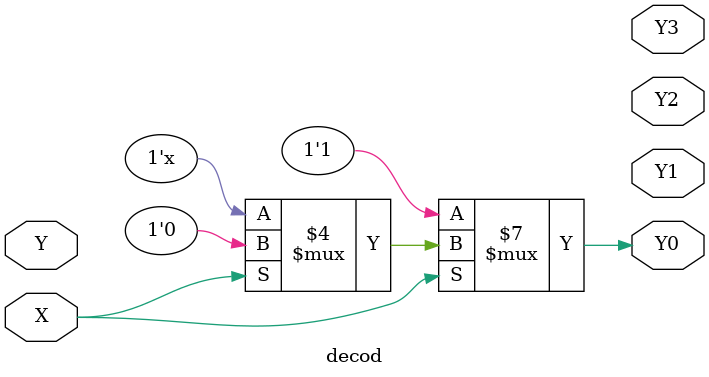
<source format=v>
module decod(
input X,
input Y,
output reg Y0,
output reg  Y1,
output  reg Y2,
output reg Y3
);

always @(X, Y) begin

if (X == 0)
begin
Y0 <= 1;
end
else if (X == 1)
begin
Y0 <= 0;
end
end
endmodule

</source>
